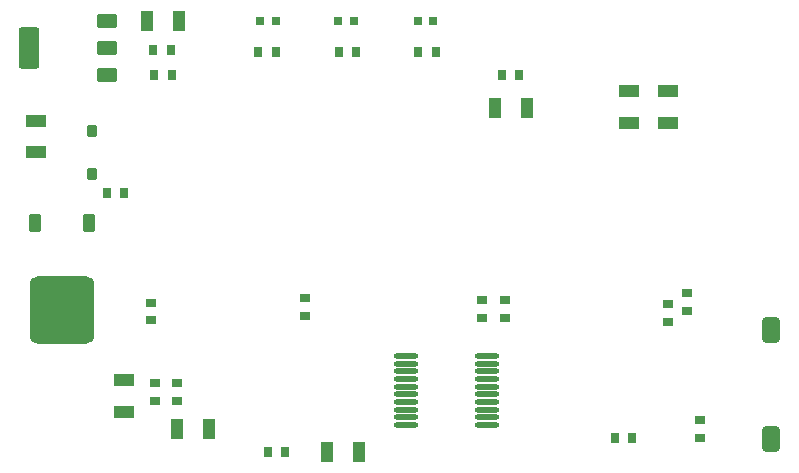
<source format=gtp>
%FSTAX42Y42*%
%MOMM*%
%SFA1B1*%

%IPPOS*%
%AMD10*
4,1,8,0.398780,1.094740,-0.398780,1.094740,-0.800100,0.695960,-0.800100,-0.695960,-0.398780,-1.094740,0.398780,-1.094740,0.800100,-0.695960,0.800100,0.695960,0.398780,1.094740,0.0*
1,1,0.800000,0.398780,0.695960*
1,1,0.800000,-0.398780,0.695960*
1,1,0.800000,-0.398780,-0.695960*
1,1,0.800000,0.398780,-0.695960*
%
%AMD17*
4,1,8,-0.299720,-0.500380,0.299720,-0.500380,0.398780,-0.398780,0.398780,0.398780,0.299720,0.500380,-0.299720,0.500380,-0.398780,0.398780,-0.398780,-0.398780,-0.299720,-0.500380,0.0*
1,1,0.200000,-0.299720,-0.398780*
1,1,0.200000,0.299720,-0.398780*
1,1,0.200000,0.299720,0.398780*
1,1,0.200000,-0.299720,0.398780*
%
%AMD18*
4,1,8,-0.873760,1.529080,-0.873760,-1.529080,-0.655320,-1.750060,0.655320,-1.750060,0.873760,-1.529080,0.873760,1.529080,0.655320,1.750060,-0.655320,1.750060,-0.873760,1.529080,0.0*
1,1,0.440000,-0.655320,1.529080*
1,1,0.440000,-0.655320,-1.529080*
1,1,0.440000,0.655320,-1.529080*
1,1,0.440000,0.655320,1.529080*
%
%AMD19*
4,1,8,-0.873760,0.408940,-0.873760,-0.408940,-0.734060,-0.551180,0.734060,-0.551180,0.873760,-0.408940,0.873760,0.408940,0.734060,0.551180,-0.734060,0.551180,-0.873760,0.408940,0.0*
1,1,0.280000,-0.734060,0.408940*
1,1,0.280000,-0.734060,-0.408940*
1,1,0.280000,0.734060,-0.408940*
1,1,0.280000,0.734060,0.408940*
%
%AMD20*
4,1,8,-0.873760,0.408940,-0.873760,-0.408940,-0.734060,-0.551180,0.734060,-0.551180,0.873760,-0.408940,0.873760,0.408940,0.734060,0.551180,-0.734060,0.551180,-0.873760,0.408940,0.0*
1,1,0.280000,-0.734060,0.408940*
1,1,0.280000,-0.734060,-0.408940*
1,1,0.280000,0.734060,-0.408940*
1,1,0.280000,0.734060,0.408940*
%
%AMD21*
4,1,8,-2.059940,-2.849880,2.059940,-2.849880,2.750820,-2.159000,2.750820,2.159000,2.059940,2.849880,-2.059940,2.849880,-2.750820,2.159000,-2.750820,-2.159000,-2.059940,-2.849880,0.0*
1,1,1.380000,-2.059940,-2.159000*
1,1,1.380000,2.059940,-2.159000*
1,1,1.380000,2.059940,2.159000*
1,1,1.380000,-2.059940,2.159000*
%
%AMD22*
4,1,8,-0.370840,-0.800100,0.370840,-0.800100,0.500380,-0.670560,0.500380,0.670560,0.370840,0.800100,-0.370840,0.800100,-0.500380,0.670560,-0.500380,-0.670560,-0.370840,-0.800100,0.0*
1,1,0.260000,-0.370840,-0.670560*
1,1,0.260000,0.370840,-0.670560*
1,1,0.260000,0.370840,0.670560*
1,1,0.260000,-0.370840,0.670560*
%
G04~CAMADD=10~8~0.0~0.0~629.9~862.2~157.5~0.0~15~0.0~0.0~0.0~0.0~0~0.0~0.0~0.0~0.0~0~0.0~0.0~0.0~0.0~629.9~862.2*
%ADD10D10*%
%ADD11R,1.699997X1.099998*%
%ADD12O,2.099996X0.449999*%
%ADD13R,0.699999X0.899998*%
%ADD14R,0.899998X0.699999*%
%ADD15R,0.649999X0.799998*%
%ADD16R,1.099998X1.699997*%
G04~CAMADD=17~8~0.0~0.0~315.0~393.7~39.4~0.0~15~0.0~0.0~0.0~0.0~0~0.0~0.0~0.0~0.0~0~0.0~0.0~0.0~180.0~316.0~394.0*
%ADD17D17*%
G04~CAMADD=18~8~0.0~0.0~1378.0~689.0~86.6~0.0~15~0.0~0.0~0.0~0.0~0~0.0~0.0~0.0~0.0~0~0.0~0.0~0.0~90.0~689.0~1377.0*
%ADD18D18*%
G04~CAMADD=19~8~0.0~0.0~433.1~689.0~55.1~0.0~15~0.0~0.0~0.0~0.0~0~0.0~0.0~0.0~0.0~0~0.0~0.0~0.0~90.0~690.0~433.0*
%ADD19D19*%
G04~CAMADD=20~8~0.0~0.0~433.1~689.0~55.1~0.0~15~0.0~0.0~0.0~0.0~0~0.0~0.0~0.0~0.0~0~0.0~0.0~0.0~90.0~690.0~433.0*
%ADD20D20*%
G04~CAMADD=21~8~0.0~0.0~2165.4~2244.1~271.7~0.0~15~0.0~0.0~0.0~0.0~0~0.0~0.0~0.0~0.0~0~0.0~0.0~0.0~180.0~2166.0~2244.0*
%ADD21D21*%
G04~CAMADD=22~8~0.0~0.0~393.7~629.9~51.2~0.0~15~0.0~0.0~0.0~0.0~0~0.0~0.0~0.0~0.0~0~0.0~0.0~0.0~180.0~394.0~630.0*
%ADD22D22*%
%LNwhey_agr_agr_pcb-1*%
%LPD*%
G54D10*
X006499Y001064D03*
Y001983D03*
G54D11*
X005624Y004009D03*
Y003739D03*
X005299Y004009D03*
Y003739D03*
X001024Y001289D03*
Y001559D03*
X000274Y003759D03*
Y003489D03*
G54D12*
X003404Y001766D03*
Y001701D03*
Y001637D03*
Y001572D03*
Y001506D03*
Y001442D03*
Y001376D03*
Y001311D03*
Y001247D03*
Y001181D03*
X004094Y001766D03*
Y001701D03*
Y001637D03*
Y001572D03*
Y001506D03*
Y001442D03*
Y001376D03*
Y001311D03*
Y001247D03*
Y001181D03*
G54D13*
X002155Y004337D03*
X002305D03*
X005174Y001074D03*
X005324D03*
X002237Y000955D03*
X002387D03*
X004368Y004143D03*
X004218D03*
X003511Y004337D03*
X003661D03*
X002837D03*
X002987D03*
X001424Y004143D03*
X001274D03*
X001268Y004355D03*
X001418D03*
X001024Y003149D03*
X000874D03*
G54D14*
X005899Y001074D03*
Y001224D03*
X00128Y001387D03*
Y001537D03*
X001468Y001387D03*
Y001537D03*
X001249Y002068D03*
Y002218D03*
X005624Y002055D03*
Y002205D03*
X005787Y002149D03*
Y002299D03*
X004049Y002087D03*
Y002237D03*
X004249Y002087D03*
Y002237D03*
X002555Y002105D03*
Y002255D03*
G54D15*
X002964Y004599D03*
X002834D03*
X003509D03*
X003639D03*
X002174D03*
X002304D03*
G54D16*
X001214Y004599D03*
X001484D03*
X00147Y001149D03*
X00174D03*
X003007Y000955D03*
X002737D03*
X004428Y003868D03*
X004158D03*
G54D17*
X000749Y003671D03*
Y003302D03*
G54D18*
X000219Y004374D03*
G54D19*
X000879Y004604D03*
Y004374D03*
G54D20*
X000879Y004144D03*
G54D21*
X000499Y002154D03*
G54D22*
X00027Y002894D03*
X000727D03*
M02*
</source>
